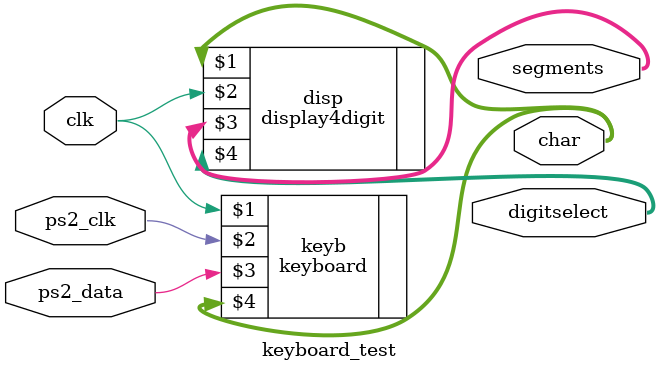
<source format=v>
module keyboard_test(
	input clk,
	input ps2_data,
	input ps2_clk,
	output [15:0] char,
	output [7:0] segments,
   output [3:0] digitselect
   );
 
	keyboard keyb(clk, ps2_clk, ps2_data, char);
   
	display4digit disp(char, clk, segments, digitselect);

endmodule


</source>
